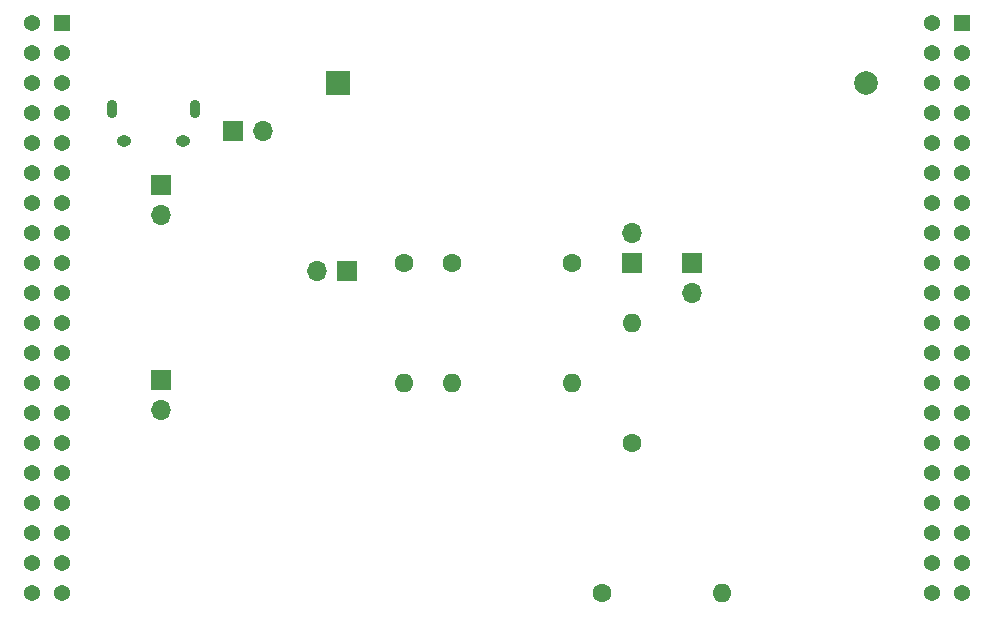
<source format=gbr>
%TF.GenerationSoftware,KiCad,Pcbnew,(7.0.0)*%
%TF.CreationDate,2023-03-20T22:32:51+02:00*%
%TF.ProjectId,overall scematic,6f766572-616c-46c2-9073-63656d617469,rev?*%
%TF.SameCoordinates,Original*%
%TF.FileFunction,Soldermask,Bot*%
%TF.FilePolarity,Negative*%
%FSLAX46Y46*%
G04 Gerber Fmt 4.6, Leading zero omitted, Abs format (unit mm)*
G04 Created by KiCad (PCBNEW (7.0.0)) date 2023-03-20 22:32:51*
%MOMM*%
%LPD*%
G01*
G04 APERTURE LIST*
%ADD10R,1.700000X1.700000*%
%ADD11O,1.700000X1.700000*%
%ADD12R,2.000000X2.000000*%
%ADD13C,2.000000*%
%ADD14C,1.600000*%
%ADD15O,1.600000X1.600000*%
%ADD16O,0.890000X1.550000*%
%ADD17O,1.250000X0.950000*%
%ADD18R,1.370000X1.370000*%
%ADD19C,1.370000*%
G04 APERTURE END LIST*
D10*
%TO.C,J6*%
X79484999Y-63244999D03*
D11*
X79484999Y-65784999D03*
%TD*%
D10*
%TO.C,J5*%
X95254999Y-54044999D03*
D11*
X92714999Y-54044999D03*
%TD*%
D10*
%TO.C,J4*%
X79484999Y-46729999D03*
D11*
X79484999Y-49269999D03*
%TD*%
D10*
%TO.C,J2*%
X85614999Y-42184999D03*
D11*
X88154999Y-42184999D03*
%TD*%
D12*
%TO.C,BT1*%
X94539999Y-38099999D03*
D13*
X139240000Y-38100000D03*
%TD*%
D14*
%TO.C,R3*%
X104140000Y-53340000D03*
D15*
X104139999Y-63499999D03*
%TD*%
D10*
%TO.C,J11*%
X124459999Y-53339999D03*
D11*
X124459999Y-55879999D03*
%TD*%
D14*
%TO.C,R6*%
X119380000Y-68580000D03*
D15*
X119379999Y-58419999D03*
%TD*%
D14*
%TO.C,R1*%
X114300000Y-53340000D03*
D15*
X114299999Y-63499999D03*
%TD*%
D14*
%TO.C,R5*%
X116840000Y-81280000D03*
D15*
X126999999Y-81279999D03*
%TD*%
D10*
%TO.C,J10*%
X119379999Y-53339999D03*
D11*
X119379999Y-50799999D03*
%TD*%
D16*
%TO.C,J1*%
X82409999Y-40349999D03*
D17*
X81409999Y-43049999D03*
X76409999Y-43049999D03*
D16*
X75409999Y-40349999D03*
%TD*%
D14*
%TO.C,R4*%
X100090000Y-53340000D03*
D15*
X100089999Y-63499999D03*
%TD*%
D18*
%TO.C,J8*%
X147319999Y-33019999D03*
D19*
X144780000Y-33020000D03*
X147320000Y-35560000D03*
X144780000Y-35560000D03*
X147320000Y-38100000D03*
X144780000Y-38100000D03*
X147320000Y-40640000D03*
X144780000Y-40640000D03*
X147320000Y-43180000D03*
X144780000Y-43180000D03*
X147320000Y-45720000D03*
X144780000Y-45720000D03*
X147320000Y-48260000D03*
X144780000Y-48260000D03*
X147320000Y-50800000D03*
X144780000Y-50800000D03*
X147320000Y-53340000D03*
X144780000Y-53340000D03*
X147320000Y-55880000D03*
X144780000Y-55880000D03*
X147320000Y-58420000D03*
X144780000Y-58420000D03*
X147320000Y-60960000D03*
X144780000Y-60960000D03*
X147320000Y-63500000D03*
X144780000Y-63500000D03*
X147320000Y-66040000D03*
X144780000Y-66040000D03*
X147320000Y-68580000D03*
X144780000Y-68580000D03*
X147320000Y-71120000D03*
X144780000Y-71120000D03*
X147320000Y-73660000D03*
X144780000Y-73660000D03*
X147320000Y-76200000D03*
X144780000Y-76200000D03*
X147320000Y-78740000D03*
X144780000Y-78740000D03*
X147320000Y-81280000D03*
X144780000Y-81280000D03*
%TD*%
D18*
%TO.C,J9*%
X71119999Y-33019999D03*
D19*
X68580000Y-33020000D03*
X71120000Y-35560000D03*
X68580000Y-35560000D03*
X71120000Y-38100000D03*
X68580000Y-38100000D03*
X71120000Y-40640000D03*
X68580000Y-40640000D03*
X71120000Y-43180000D03*
X68580000Y-43180000D03*
X71120000Y-45720000D03*
X68580000Y-45720000D03*
X71120000Y-48260000D03*
X68580000Y-48260000D03*
X71120000Y-50800000D03*
X68580000Y-50800000D03*
X71120000Y-53340000D03*
X68580000Y-53340000D03*
X71120000Y-55880000D03*
X68580000Y-55880000D03*
X71120000Y-58420000D03*
X68580000Y-58420000D03*
X71120000Y-60960000D03*
X68580000Y-60960000D03*
X71120000Y-63500000D03*
X68580000Y-63500000D03*
X71120000Y-66040000D03*
X68580000Y-66040000D03*
X71120000Y-68580000D03*
X68580000Y-68580000D03*
X71120000Y-71120000D03*
X68580000Y-71120000D03*
X71120000Y-73660000D03*
X68580000Y-73660000D03*
X71120000Y-76200000D03*
X68580000Y-76200000D03*
X71120000Y-78740000D03*
X68580000Y-78740000D03*
X71120000Y-81280000D03*
X68580000Y-81280000D03*
%TD*%
M02*

</source>
